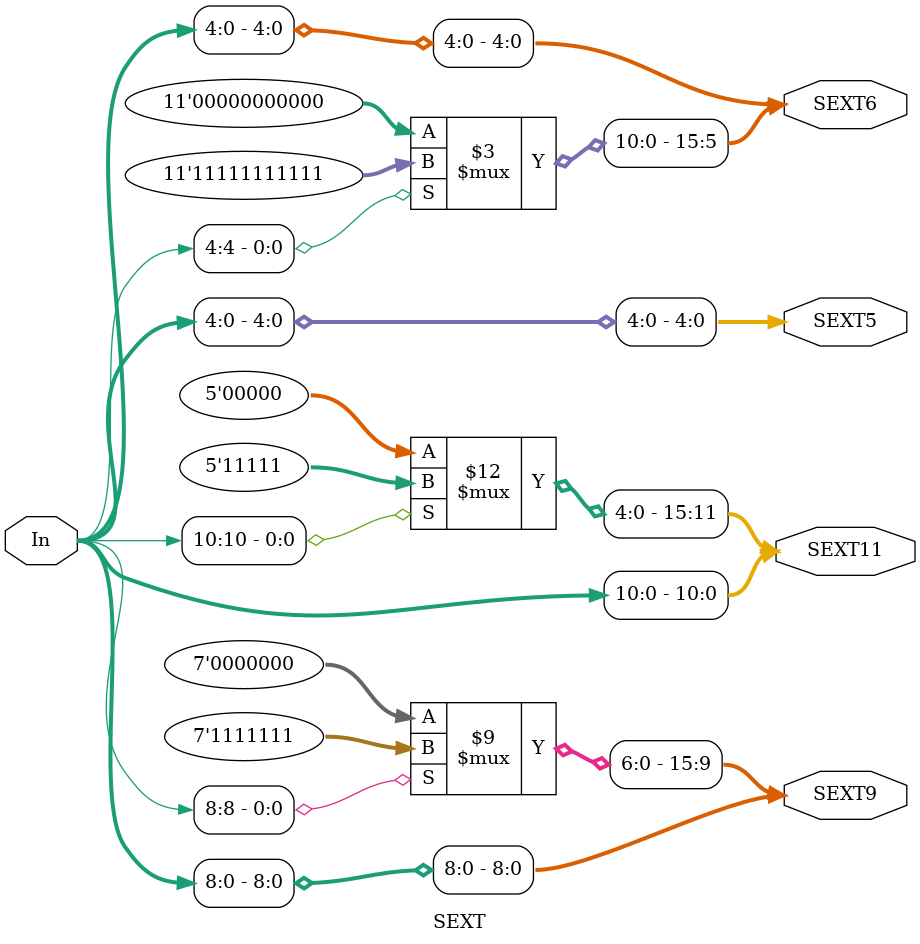
<source format=sv>
module SEXT(
	input logic[10:0] In,
	output logic [15:0] SEXT11,
	output logic [15:0] SEXT9,
	output logic [15:0] SEXT6,
	output logic [15:0] SEXT5
);

	always_comb
	begin
		SEXT11[10:0] = In[10:0];
		SEXT9[8:0] = In[8:0];
		SEXT6[5:0] = In[5:0];
		SEXT5[4:0] = In[4:0];
		if (In[10])
			SEXT11[15:11] = 5'b11111;
		else
			SEXT11[15:11] = 5'b00000;
		if (In[8])
			SEXT9[15:9] = 7'b1111111;
		else
			SEXT9[15:9] = 7'b0000000;
		if (In[5])
			SEXT6[15:6] = 10'b1111111111;
		else
			SEXT6[15:6] = 10'b0000000000;
		if (In[4])
			SEXT6[15:5] = 11'b11111111111;
		else
			SEXT6[15:5] = 11'b00000000000;
	end

	
endmodule

</source>
